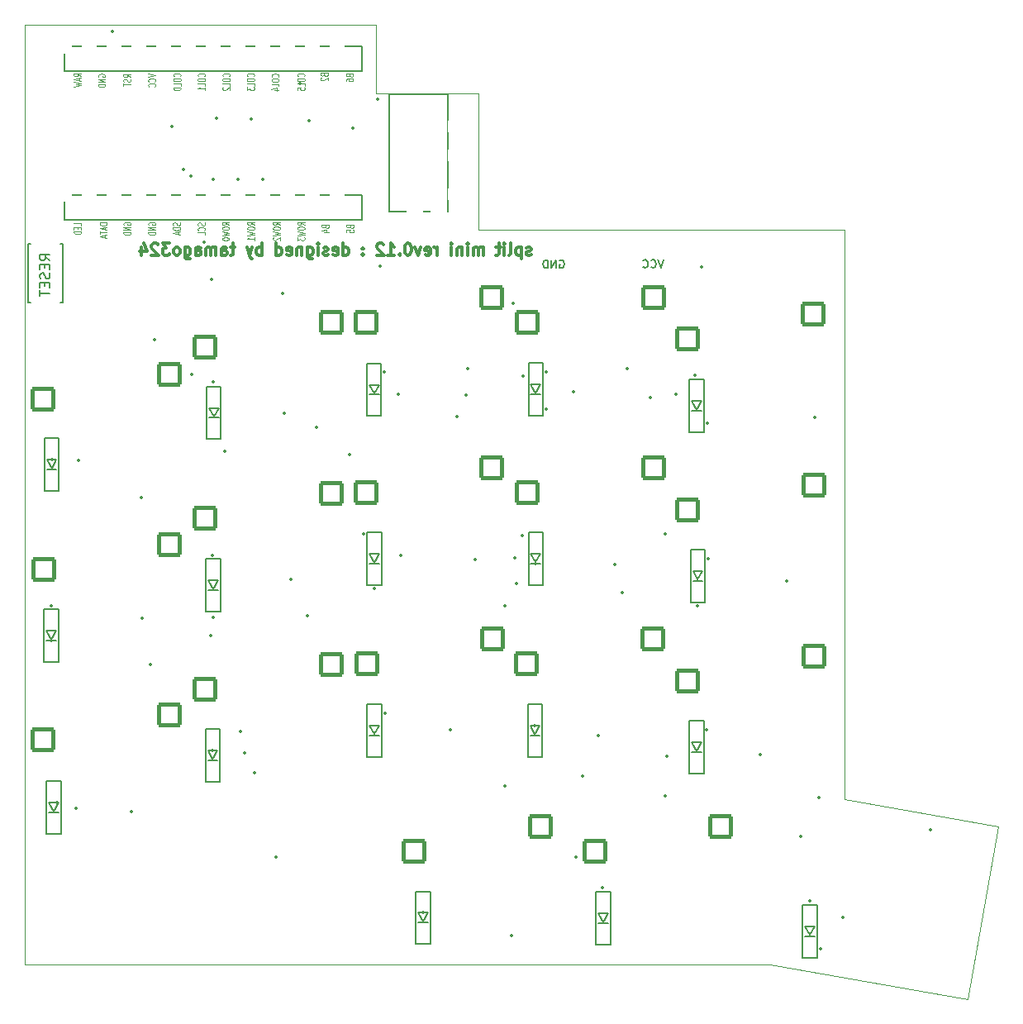
<source format=gbr>
%TF.GenerationSoftware,KiCad,Pcbnew,(6.0.9)*%
%TF.CreationDate,2023-01-03T16:32:55+09:00*%
%TF.ProjectId,split-mini,73706c69-742d-46d6-996e-692e6b696361,rev?*%
%TF.SameCoordinates,Original*%
%TF.FileFunction,Legend,Bot*%
%TF.FilePolarity,Positive*%
%FSLAX46Y46*%
G04 Gerber Fmt 4.6, Leading zero omitted, Abs format (unit mm)*
G04 Created by KiCad (PCBNEW (6.0.9)) date 2023-01-03 16:32:55*
%MOMM*%
%LPD*%
G01*
G04 APERTURE LIST*
G04 Aperture macros list*
%AMRoundRect*
0 Rectangle with rounded corners*
0 $1 Rounding radius*
0 $2 $3 $4 $5 $6 $7 $8 $9 X,Y pos of 4 corners*
0 Add a 4 corners polygon primitive as box body*
4,1,4,$2,$3,$4,$5,$6,$7,$8,$9,$2,$3,0*
0 Add four circle primitives for the rounded corners*
1,1,$1+$1,$2,$3*
1,1,$1+$1,$4,$5*
1,1,$1+$1,$6,$7*
1,1,$1+$1,$8,$9*
0 Add four rect primitives between the rounded corners*
20,1,$1+$1,$2,$3,$4,$5,0*
20,1,$1+$1,$4,$5,$6,$7,0*
20,1,$1+$1,$6,$7,$8,$9,0*
20,1,$1+$1,$8,$9,$2,$3,0*%
G04 Aperture macros list end*
%TA.AperFunction,Profile*%
%ADD10C,0.100000*%
%TD*%
%ADD11C,0.300000*%
%ADD12C,0.150000*%
%ADD13C,0.125000*%
%ADD14C,0.350000*%
%ADD15O,1.000000X1.500000*%
%ADD16C,1.524000*%
%ADD17R,0.950000X1.300000*%
%ADD18C,1.701800*%
%ADD19C,3.987800*%
%ADD20C,3.000000*%
%ADD21RoundRect,0.200000X-1.075000X-1.050000X1.075000X-1.050000X1.075000X1.050000X-1.075000X1.050000X0*%
%ADD22C,5.000000*%
%ADD23C,2.000000*%
%ADD24RoundRect,0.200000X-1.240999X-0.847376X0.876338X-1.220720X1.240999X0.847376X-0.876338X1.220720X0*%
%ADD25C,1.200000*%
%ADD26O,1.700000X2.500000*%
G04 APERTURE END LIST*
D10*
X19950000Y-15475000D02*
X19950000Y-111725000D01*
X119667171Y-97563496D02*
X103950000Y-94792135D01*
X66450000Y-22475000D02*
X55950000Y-22475000D01*
X116541504Y-115290036D02*
X119667171Y-97563496D01*
X55950000Y-15475000D02*
X19950000Y-15475000D01*
X55950000Y-15475000D02*
X55950000Y-22475000D01*
X66450000Y-36475000D02*
X103950000Y-36475000D01*
X96323180Y-111725000D02*
X116541504Y-115290036D01*
X103950000Y-94792135D02*
X103950000Y-36475000D01*
X19950000Y-111725000D02*
X96323180Y-111725000D01*
X66450000Y-22475000D02*
X66450000Y-36475000D01*
D11*
X71828571Y-39010714D02*
X71714285Y-39067857D01*
X71485714Y-39067857D01*
X71371428Y-39010714D01*
X71314285Y-38896428D01*
X71314285Y-38839285D01*
X71371428Y-38725000D01*
X71485714Y-38667857D01*
X71657142Y-38667857D01*
X71771428Y-38610714D01*
X71828571Y-38496428D01*
X71828571Y-38439285D01*
X71771428Y-38325000D01*
X71657142Y-38267857D01*
X71485714Y-38267857D01*
X71371428Y-38325000D01*
X70800000Y-38267857D02*
X70800000Y-39467857D01*
X70800000Y-38325000D02*
X70685714Y-38267857D01*
X70457142Y-38267857D01*
X70342857Y-38325000D01*
X70285714Y-38382142D01*
X70228571Y-38496428D01*
X70228571Y-38839285D01*
X70285714Y-38953571D01*
X70342857Y-39010714D01*
X70457142Y-39067857D01*
X70685714Y-39067857D01*
X70800000Y-39010714D01*
X69542857Y-39067857D02*
X69657142Y-39010714D01*
X69714285Y-38896428D01*
X69714285Y-37867857D01*
X69085714Y-39067857D02*
X69085714Y-38267857D01*
X69085714Y-37867857D02*
X69142857Y-37925000D01*
X69085714Y-37982142D01*
X69028571Y-37925000D01*
X69085714Y-37867857D01*
X69085714Y-37982142D01*
X68685714Y-38267857D02*
X68228571Y-38267857D01*
X68514285Y-37867857D02*
X68514285Y-38896428D01*
X68457142Y-39010714D01*
X68342857Y-39067857D01*
X68228571Y-39067857D01*
X66914285Y-39067857D02*
X66914285Y-38267857D01*
X66914285Y-38382142D02*
X66857142Y-38325000D01*
X66742857Y-38267857D01*
X66571428Y-38267857D01*
X66457142Y-38325000D01*
X66400000Y-38439285D01*
X66400000Y-39067857D01*
X66400000Y-38439285D02*
X66342857Y-38325000D01*
X66228571Y-38267857D01*
X66057142Y-38267857D01*
X65942857Y-38325000D01*
X65885714Y-38439285D01*
X65885714Y-39067857D01*
X65314285Y-39067857D02*
X65314285Y-38267857D01*
X65314285Y-37867857D02*
X65371428Y-37925000D01*
X65314285Y-37982142D01*
X65257142Y-37925000D01*
X65314285Y-37867857D01*
X65314285Y-37982142D01*
X64742857Y-38267857D02*
X64742857Y-39067857D01*
X64742857Y-38382142D02*
X64685714Y-38325000D01*
X64571428Y-38267857D01*
X64400000Y-38267857D01*
X64285714Y-38325000D01*
X64228571Y-38439285D01*
X64228571Y-39067857D01*
X63657142Y-39067857D02*
X63657142Y-38267857D01*
X63657142Y-37867857D02*
X63714285Y-37925000D01*
X63657142Y-37982142D01*
X63600000Y-37925000D01*
X63657142Y-37867857D01*
X63657142Y-37982142D01*
X62171428Y-39067857D02*
X62171428Y-38267857D01*
X62171428Y-38496428D02*
X62114285Y-38382142D01*
X62057142Y-38325000D01*
X61942857Y-38267857D01*
X61828571Y-38267857D01*
X60971428Y-39010714D02*
X61085714Y-39067857D01*
X61314285Y-39067857D01*
X61428571Y-39010714D01*
X61485714Y-38896428D01*
X61485714Y-38439285D01*
X61428571Y-38325000D01*
X61314285Y-38267857D01*
X61085714Y-38267857D01*
X60971428Y-38325000D01*
X60914285Y-38439285D01*
X60914285Y-38553571D01*
X61485714Y-38667857D01*
X60514285Y-38267857D02*
X60228571Y-39067857D01*
X59942857Y-38267857D01*
X59257142Y-37867857D02*
X59142857Y-37867857D01*
X59028571Y-37925000D01*
X58971428Y-37982142D01*
X58914285Y-38096428D01*
X58857142Y-38325000D01*
X58857142Y-38610714D01*
X58914285Y-38839285D01*
X58971428Y-38953571D01*
X59028571Y-39010714D01*
X59142857Y-39067857D01*
X59257142Y-39067857D01*
X59371428Y-39010714D01*
X59428571Y-38953571D01*
X59485714Y-38839285D01*
X59542857Y-38610714D01*
X59542857Y-38325000D01*
X59485714Y-38096428D01*
X59428571Y-37982142D01*
X59371428Y-37925000D01*
X59257142Y-37867857D01*
X58342857Y-38953571D02*
X58285714Y-39010714D01*
X58342857Y-39067857D01*
X58400000Y-39010714D01*
X58342857Y-38953571D01*
X58342857Y-39067857D01*
X57142857Y-39067857D02*
X57828571Y-39067857D01*
X57485714Y-39067857D02*
X57485714Y-37867857D01*
X57600000Y-38039285D01*
X57714285Y-38153571D01*
X57828571Y-38210714D01*
X56685714Y-37982142D02*
X56628571Y-37925000D01*
X56514285Y-37867857D01*
X56228571Y-37867857D01*
X56114285Y-37925000D01*
X56057142Y-37982142D01*
X56000000Y-38096428D01*
X56000000Y-38210714D01*
X56057142Y-38382142D01*
X56742857Y-39067857D01*
X56000000Y-39067857D01*
X54571428Y-38953571D02*
X54514285Y-39010714D01*
X54571428Y-39067857D01*
X54628571Y-39010714D01*
X54571428Y-38953571D01*
X54571428Y-39067857D01*
X54571428Y-38325000D02*
X54514285Y-38382142D01*
X54571428Y-38439285D01*
X54628571Y-38382142D01*
X54571428Y-38325000D01*
X54571428Y-38439285D01*
X52571428Y-39067857D02*
X52571428Y-37867857D01*
X52571428Y-39010714D02*
X52685714Y-39067857D01*
X52914285Y-39067857D01*
X53028571Y-39010714D01*
X53085714Y-38953571D01*
X53142857Y-38839285D01*
X53142857Y-38496428D01*
X53085714Y-38382142D01*
X53028571Y-38325000D01*
X52914285Y-38267857D01*
X52685714Y-38267857D01*
X52571428Y-38325000D01*
X51542857Y-39010714D02*
X51657142Y-39067857D01*
X51885714Y-39067857D01*
X52000000Y-39010714D01*
X52057142Y-38896428D01*
X52057142Y-38439285D01*
X52000000Y-38325000D01*
X51885714Y-38267857D01*
X51657142Y-38267857D01*
X51542857Y-38325000D01*
X51485714Y-38439285D01*
X51485714Y-38553571D01*
X52057142Y-38667857D01*
X51028571Y-39010714D02*
X50914285Y-39067857D01*
X50685714Y-39067857D01*
X50571428Y-39010714D01*
X50514285Y-38896428D01*
X50514285Y-38839285D01*
X50571428Y-38725000D01*
X50685714Y-38667857D01*
X50857142Y-38667857D01*
X50971428Y-38610714D01*
X51028571Y-38496428D01*
X51028571Y-38439285D01*
X50971428Y-38325000D01*
X50857142Y-38267857D01*
X50685714Y-38267857D01*
X50571428Y-38325000D01*
X50000000Y-39067857D02*
X50000000Y-38267857D01*
X50000000Y-37867857D02*
X50057142Y-37925000D01*
X50000000Y-37982142D01*
X49942857Y-37925000D01*
X50000000Y-37867857D01*
X50000000Y-37982142D01*
X48914285Y-38267857D02*
X48914285Y-39239285D01*
X48971428Y-39353571D01*
X49028571Y-39410714D01*
X49142857Y-39467857D01*
X49314285Y-39467857D01*
X49428571Y-39410714D01*
X48914285Y-39010714D02*
X49028571Y-39067857D01*
X49257142Y-39067857D01*
X49371428Y-39010714D01*
X49428571Y-38953571D01*
X49485714Y-38839285D01*
X49485714Y-38496428D01*
X49428571Y-38382142D01*
X49371428Y-38325000D01*
X49257142Y-38267857D01*
X49028571Y-38267857D01*
X48914285Y-38325000D01*
X48342857Y-38267857D02*
X48342857Y-39067857D01*
X48342857Y-38382142D02*
X48285714Y-38325000D01*
X48171428Y-38267857D01*
X48000000Y-38267857D01*
X47885714Y-38325000D01*
X47828571Y-38439285D01*
X47828571Y-39067857D01*
X46800000Y-39010714D02*
X46914285Y-39067857D01*
X47142857Y-39067857D01*
X47257142Y-39010714D01*
X47314285Y-38896428D01*
X47314285Y-38439285D01*
X47257142Y-38325000D01*
X47142857Y-38267857D01*
X46914285Y-38267857D01*
X46800000Y-38325000D01*
X46742857Y-38439285D01*
X46742857Y-38553571D01*
X47314285Y-38667857D01*
X45714285Y-39067857D02*
X45714285Y-37867857D01*
X45714285Y-39010714D02*
X45828571Y-39067857D01*
X46057142Y-39067857D01*
X46171428Y-39010714D01*
X46228571Y-38953571D01*
X46285714Y-38839285D01*
X46285714Y-38496428D01*
X46228571Y-38382142D01*
X46171428Y-38325000D01*
X46057142Y-38267857D01*
X45828571Y-38267857D01*
X45714285Y-38325000D01*
X44228571Y-39067857D02*
X44228571Y-37867857D01*
X44228571Y-38325000D02*
X44114285Y-38267857D01*
X43885714Y-38267857D01*
X43771428Y-38325000D01*
X43714285Y-38382142D01*
X43657142Y-38496428D01*
X43657142Y-38839285D01*
X43714285Y-38953571D01*
X43771428Y-39010714D01*
X43885714Y-39067857D01*
X44114285Y-39067857D01*
X44228571Y-39010714D01*
X43257142Y-38267857D02*
X42971428Y-39067857D01*
X42685714Y-38267857D02*
X42971428Y-39067857D01*
X43085714Y-39353571D01*
X43142857Y-39410714D01*
X43257142Y-39467857D01*
X41485714Y-38267857D02*
X41028571Y-38267857D01*
X41314285Y-37867857D02*
X41314285Y-38896428D01*
X41257142Y-39010714D01*
X41142857Y-39067857D01*
X41028571Y-39067857D01*
X40114285Y-39067857D02*
X40114285Y-38439285D01*
X40171428Y-38325000D01*
X40285714Y-38267857D01*
X40514285Y-38267857D01*
X40628571Y-38325000D01*
X40114285Y-39010714D02*
X40228571Y-39067857D01*
X40514285Y-39067857D01*
X40628571Y-39010714D01*
X40685714Y-38896428D01*
X40685714Y-38782142D01*
X40628571Y-38667857D01*
X40514285Y-38610714D01*
X40228571Y-38610714D01*
X40114285Y-38553571D01*
X39542857Y-39067857D02*
X39542857Y-38267857D01*
X39542857Y-38382142D02*
X39485714Y-38325000D01*
X39371428Y-38267857D01*
X39200000Y-38267857D01*
X39085714Y-38325000D01*
X39028571Y-38439285D01*
X39028571Y-39067857D01*
X39028571Y-38439285D02*
X38971428Y-38325000D01*
X38857142Y-38267857D01*
X38685714Y-38267857D01*
X38571428Y-38325000D01*
X38514285Y-38439285D01*
X38514285Y-39067857D01*
X37428571Y-39067857D02*
X37428571Y-38439285D01*
X37485714Y-38325000D01*
X37600000Y-38267857D01*
X37828571Y-38267857D01*
X37942857Y-38325000D01*
X37428571Y-39010714D02*
X37542857Y-39067857D01*
X37828571Y-39067857D01*
X37942857Y-39010714D01*
X38000000Y-38896428D01*
X38000000Y-38782142D01*
X37942857Y-38667857D01*
X37828571Y-38610714D01*
X37542857Y-38610714D01*
X37428571Y-38553571D01*
X36342857Y-38267857D02*
X36342857Y-39239285D01*
X36400000Y-39353571D01*
X36457142Y-39410714D01*
X36571428Y-39467857D01*
X36742857Y-39467857D01*
X36857142Y-39410714D01*
X36342857Y-39010714D02*
X36457142Y-39067857D01*
X36685714Y-39067857D01*
X36800000Y-39010714D01*
X36857142Y-38953571D01*
X36914285Y-38839285D01*
X36914285Y-38496428D01*
X36857142Y-38382142D01*
X36800000Y-38325000D01*
X36685714Y-38267857D01*
X36457142Y-38267857D01*
X36342857Y-38325000D01*
X35600000Y-39067857D02*
X35714285Y-39010714D01*
X35771428Y-38953571D01*
X35828571Y-38839285D01*
X35828571Y-38496428D01*
X35771428Y-38382142D01*
X35714285Y-38325000D01*
X35600000Y-38267857D01*
X35428571Y-38267857D01*
X35314285Y-38325000D01*
X35257142Y-38382142D01*
X35200000Y-38496428D01*
X35200000Y-38839285D01*
X35257142Y-38953571D01*
X35314285Y-39010714D01*
X35428571Y-39067857D01*
X35600000Y-39067857D01*
X34800000Y-37867857D02*
X34057142Y-37867857D01*
X34457142Y-38325000D01*
X34285714Y-38325000D01*
X34171428Y-38382142D01*
X34114285Y-38439285D01*
X34057142Y-38553571D01*
X34057142Y-38839285D01*
X34114285Y-38953571D01*
X34171428Y-39010714D01*
X34285714Y-39067857D01*
X34628571Y-39067857D01*
X34742857Y-39010714D01*
X34800000Y-38953571D01*
X33600000Y-37982142D02*
X33542857Y-37925000D01*
X33428571Y-37867857D01*
X33142857Y-37867857D01*
X33028571Y-37925000D01*
X32971428Y-37982142D01*
X32914285Y-38096428D01*
X32914285Y-38210714D01*
X32971428Y-38382142D01*
X33657142Y-39067857D01*
X32914285Y-39067857D01*
X31885714Y-38267857D02*
X31885714Y-39067857D01*
X32171428Y-37810714D02*
X32457142Y-38667857D01*
X31714285Y-38667857D01*
D12*
%TO.C,H1*%
X85366666Y-39561904D02*
X85100000Y-40361904D01*
X84833333Y-39561904D01*
X84109523Y-40285714D02*
X84147619Y-40323809D01*
X84261904Y-40361904D01*
X84338095Y-40361904D01*
X84452380Y-40323809D01*
X84528571Y-40247619D01*
X84566666Y-40171428D01*
X84604761Y-40019047D01*
X84604761Y-39904761D01*
X84566666Y-39752380D01*
X84528571Y-39676190D01*
X84452380Y-39600000D01*
X84338095Y-39561904D01*
X84261904Y-39561904D01*
X84147619Y-39600000D01*
X84109523Y-39638095D01*
X83309523Y-40285714D02*
X83347619Y-40323809D01*
X83461904Y-40361904D01*
X83538095Y-40361904D01*
X83652380Y-40323809D01*
X83728571Y-40247619D01*
X83766666Y-40171428D01*
X83804761Y-40019047D01*
X83804761Y-39904761D01*
X83766666Y-39752380D01*
X83728571Y-39676190D01*
X83652380Y-39600000D01*
X83538095Y-39561904D01*
X83461904Y-39561904D01*
X83347619Y-39600000D01*
X83309523Y-39638095D01*
X74734523Y-39625000D02*
X74810714Y-39586904D01*
X74925000Y-39586904D01*
X75039285Y-39625000D01*
X75115476Y-39701190D01*
X75153571Y-39777380D01*
X75191666Y-39929761D01*
X75191666Y-40044047D01*
X75153571Y-40196428D01*
X75115476Y-40272619D01*
X75039285Y-40348809D01*
X74925000Y-40386904D01*
X74848809Y-40386904D01*
X74734523Y-40348809D01*
X74696428Y-40310714D01*
X74696428Y-40044047D01*
X74848809Y-40044047D01*
X74353571Y-40386904D02*
X74353571Y-39586904D01*
X73896428Y-40386904D01*
X73896428Y-39586904D01*
X73515476Y-40386904D02*
X73515476Y-39586904D01*
X73325000Y-39586904D01*
X73210714Y-39625000D01*
X73134523Y-39701190D01*
X73096428Y-39777380D01*
X73058333Y-39929761D01*
X73058333Y-40044047D01*
X73096428Y-40196428D01*
X73134523Y-40272619D01*
X73210714Y-40348809D01*
X73325000Y-40386904D01*
X73515476Y-40386904D01*
%TO.C,SW19*%
X22502380Y-39624619D02*
X22026190Y-39291285D01*
X22502380Y-39053190D02*
X21502380Y-39053190D01*
X21502380Y-39434142D01*
X21550000Y-39529380D01*
X21597619Y-39577000D01*
X21692857Y-39624619D01*
X21835714Y-39624619D01*
X21930952Y-39577000D01*
X21978571Y-39529380D01*
X22026190Y-39434142D01*
X22026190Y-39053190D01*
X21978571Y-40053190D02*
X21978571Y-40386523D01*
X22502380Y-40529380D02*
X22502380Y-40053190D01*
X21502380Y-40053190D01*
X21502380Y-40529380D01*
X22454761Y-40910333D02*
X22502380Y-41053190D01*
X22502380Y-41291285D01*
X22454761Y-41386523D01*
X22407142Y-41434142D01*
X22311904Y-41481761D01*
X22216666Y-41481761D01*
X22121428Y-41434142D01*
X22073809Y-41386523D01*
X22026190Y-41291285D01*
X21978571Y-41100809D01*
X21930952Y-41005571D01*
X21883333Y-40957952D01*
X21788095Y-40910333D01*
X21692857Y-40910333D01*
X21597619Y-40957952D01*
X21550000Y-41005571D01*
X21502380Y-41100809D01*
X21502380Y-41338904D01*
X21550000Y-41481761D01*
X21978571Y-41910333D02*
X21978571Y-42243666D01*
X22502380Y-42386523D02*
X22502380Y-41910333D01*
X21502380Y-41910333D01*
X21502380Y-42386523D01*
X21502380Y-42672238D02*
X21502380Y-43243666D01*
X22502380Y-42957952D02*
X21502380Y-42957952D01*
D13*
%TO.C,U1*%
X25719785Y-36027571D02*
X25719785Y-35789476D01*
X24969785Y-35789476D01*
X25326928Y-36194238D02*
X25326928Y-36360904D01*
X25719785Y-36432333D02*
X25719785Y-36194238D01*
X24969785Y-36194238D01*
X24969785Y-36432333D01*
X25719785Y-36646619D02*
X24969785Y-36646619D01*
X24969785Y-36765666D01*
X25005500Y-36837095D01*
X25076928Y-36884714D01*
X25148357Y-36908523D01*
X25291214Y-36932333D01*
X25398357Y-36932333D01*
X25541214Y-36908523D01*
X25612642Y-36884714D01*
X25684071Y-36837095D01*
X25719785Y-36765666D01*
X25719785Y-36646619D01*
X28364285Y-35750000D02*
X27614285Y-35750000D01*
X27614285Y-35869047D01*
X27650000Y-35940476D01*
X27721428Y-35988095D01*
X27792857Y-36011904D01*
X27935714Y-36035714D01*
X28042857Y-36035714D01*
X28185714Y-36011904D01*
X28257142Y-35988095D01*
X28328571Y-35940476D01*
X28364285Y-35869047D01*
X28364285Y-35750000D01*
X28150000Y-36226190D02*
X28150000Y-36464285D01*
X28364285Y-36178571D02*
X27614285Y-36345238D01*
X28364285Y-36511904D01*
X27614285Y-36607142D02*
X27614285Y-36892857D01*
X28364285Y-36750000D02*
X27614285Y-36750000D01*
X28150000Y-37035714D02*
X28150000Y-37273809D01*
X28364285Y-36988095D02*
X27614285Y-37154761D01*
X28364285Y-37321428D01*
X53203428Y-20652619D02*
X53239142Y-20724047D01*
X53274857Y-20747857D01*
X53346285Y-20771666D01*
X53453428Y-20771666D01*
X53524857Y-20747857D01*
X53560571Y-20724047D01*
X53596285Y-20676428D01*
X53596285Y-20485952D01*
X52846285Y-20485952D01*
X52846285Y-20652619D01*
X52882000Y-20700238D01*
X52917714Y-20724047D01*
X52989142Y-20747857D01*
X53060571Y-20747857D01*
X53132000Y-20724047D01*
X53167714Y-20700238D01*
X53203428Y-20652619D01*
X53203428Y-20485952D01*
X52846285Y-21200238D02*
X52846285Y-21105000D01*
X52882000Y-21057380D01*
X52917714Y-21033571D01*
X53024857Y-20985952D01*
X53167714Y-20962142D01*
X53453428Y-20962142D01*
X53524857Y-20985952D01*
X53560571Y-21009761D01*
X53596285Y-21057380D01*
X53596285Y-21152619D01*
X53560571Y-21200238D01*
X53524857Y-21224047D01*
X53453428Y-21247857D01*
X53274857Y-21247857D01*
X53203428Y-21224047D01*
X53167714Y-21200238D01*
X53132000Y-21152619D01*
X53132000Y-21057380D01*
X53167714Y-21009761D01*
X53203428Y-20985952D01*
X53274857Y-20962142D01*
X40896285Y-35969047D02*
X40539142Y-35802380D01*
X40896285Y-35683333D02*
X40146285Y-35683333D01*
X40146285Y-35873809D01*
X40182000Y-35921428D01*
X40217714Y-35945238D01*
X40289142Y-35969047D01*
X40396285Y-35969047D01*
X40467714Y-35945238D01*
X40503428Y-35921428D01*
X40539142Y-35873809D01*
X40539142Y-35683333D01*
X40146285Y-36278571D02*
X40146285Y-36373809D01*
X40182000Y-36421428D01*
X40253428Y-36469047D01*
X40396285Y-36492857D01*
X40646285Y-36492857D01*
X40789142Y-36469047D01*
X40860571Y-36421428D01*
X40896285Y-36373809D01*
X40896285Y-36278571D01*
X40860571Y-36230952D01*
X40789142Y-36183333D01*
X40646285Y-36159523D01*
X40396285Y-36159523D01*
X40253428Y-36183333D01*
X40182000Y-36230952D01*
X40146285Y-36278571D01*
X40146285Y-36659523D02*
X40896285Y-36778571D01*
X40360571Y-36873809D01*
X40896285Y-36969047D01*
X40146285Y-37088095D01*
X40146285Y-37373809D02*
X40146285Y-37421428D01*
X40182000Y-37469047D01*
X40217714Y-37492857D01*
X40289142Y-37516666D01*
X40432000Y-37540476D01*
X40610571Y-37540476D01*
X40753428Y-37516666D01*
X40824857Y-37492857D01*
X40860571Y-37469047D01*
X40896285Y-37421428D01*
X40896285Y-37373809D01*
X40860571Y-37326190D01*
X40824857Y-37302380D01*
X40753428Y-37278571D01*
X40610571Y-37254761D01*
X40432000Y-37254761D01*
X40289142Y-37278571D01*
X40217714Y-37302380D01*
X40182000Y-37326190D01*
X40146285Y-37373809D01*
X30799785Y-20835190D02*
X30442642Y-20668523D01*
X30799785Y-20549476D02*
X30049785Y-20549476D01*
X30049785Y-20739952D01*
X30085500Y-20787571D01*
X30121214Y-20811380D01*
X30192642Y-20835190D01*
X30299785Y-20835190D01*
X30371214Y-20811380D01*
X30406928Y-20787571D01*
X30442642Y-20739952D01*
X30442642Y-20549476D01*
X30764071Y-21025666D02*
X30799785Y-21097095D01*
X30799785Y-21216142D01*
X30764071Y-21263761D01*
X30728357Y-21287571D01*
X30656928Y-21311380D01*
X30585500Y-21311380D01*
X30514071Y-21287571D01*
X30478357Y-21263761D01*
X30442642Y-21216142D01*
X30406928Y-21120904D01*
X30371214Y-21073285D01*
X30335500Y-21049476D01*
X30264071Y-21025666D01*
X30192642Y-21025666D01*
X30121214Y-21049476D01*
X30085500Y-21073285D01*
X30049785Y-21120904D01*
X30049785Y-21239952D01*
X30085500Y-21311380D01*
X30049785Y-21454238D02*
X30049785Y-21739952D01*
X30799785Y-21597095D02*
X30049785Y-21597095D01*
D12*
D13*
X25719785Y-20763761D02*
X25362642Y-20597095D01*
X25719785Y-20478047D02*
X24969785Y-20478047D01*
X24969785Y-20668523D01*
X25005500Y-20716142D01*
X25041214Y-20739952D01*
X25112642Y-20763761D01*
X25219785Y-20763761D01*
X25291214Y-20739952D01*
X25326928Y-20716142D01*
X25362642Y-20668523D01*
X25362642Y-20478047D01*
X25505500Y-20954238D02*
X25505500Y-21192333D01*
X25719785Y-20906619D02*
X24969785Y-21073285D01*
X25719785Y-21239952D01*
X24969785Y-21359000D02*
X25719785Y-21478047D01*
X25184071Y-21573285D01*
X25719785Y-21668523D01*
X24969785Y-21787571D01*
X53266928Y-36146619D02*
X53302642Y-36218047D01*
X53338357Y-36241857D01*
X53409785Y-36265666D01*
X53516928Y-36265666D01*
X53588357Y-36241857D01*
X53624071Y-36218047D01*
X53659785Y-36170428D01*
X53659785Y-35979952D01*
X52909785Y-35979952D01*
X52909785Y-36146619D01*
X52945500Y-36194238D01*
X52981214Y-36218047D01*
X53052642Y-36241857D01*
X53124071Y-36241857D01*
X53195500Y-36218047D01*
X53231214Y-36194238D01*
X53266928Y-36146619D01*
X53266928Y-35979952D01*
X52909785Y-36718047D02*
X52909785Y-36479952D01*
X53266928Y-36456142D01*
X53231214Y-36479952D01*
X53195500Y-36527571D01*
X53195500Y-36646619D01*
X53231214Y-36694238D01*
X53266928Y-36718047D01*
X53338357Y-36741857D01*
X53516928Y-36741857D01*
X53588357Y-36718047D01*
X53624071Y-36694238D01*
X53659785Y-36646619D01*
X53659785Y-36527571D01*
X53624071Y-36479952D01*
X53588357Y-36456142D01*
X32625500Y-35968047D02*
X32589785Y-35920428D01*
X32589785Y-35849000D01*
X32625500Y-35777571D01*
X32696928Y-35729952D01*
X32768357Y-35706142D01*
X32911214Y-35682333D01*
X33018357Y-35682333D01*
X33161214Y-35706142D01*
X33232642Y-35729952D01*
X33304071Y-35777571D01*
X33339785Y-35849000D01*
X33339785Y-35896619D01*
X33304071Y-35968047D01*
X33268357Y-35991857D01*
X33018357Y-35991857D01*
X33018357Y-35896619D01*
X33339785Y-36206142D02*
X32589785Y-36206142D01*
X33339785Y-36491857D01*
X32589785Y-36491857D01*
X33339785Y-36729952D02*
X32589785Y-36729952D01*
X32589785Y-36849000D01*
X32625500Y-36920428D01*
X32696928Y-36968047D01*
X32768357Y-36991857D01*
X32911214Y-37015666D01*
X33018357Y-37015666D01*
X33161214Y-36991857D01*
X33232642Y-36968047D01*
X33304071Y-36920428D01*
X33339785Y-36849000D01*
X33339785Y-36729952D01*
X35842857Y-20752380D02*
X35878571Y-20728571D01*
X35914285Y-20657142D01*
X35914285Y-20609523D01*
X35878571Y-20538095D01*
X35807142Y-20490476D01*
X35735714Y-20466666D01*
X35592857Y-20442857D01*
X35485714Y-20442857D01*
X35342857Y-20466666D01*
X35271428Y-20490476D01*
X35200000Y-20538095D01*
X35164285Y-20609523D01*
X35164285Y-20657142D01*
X35200000Y-20728571D01*
X35235714Y-20752380D01*
X35164285Y-21061904D02*
X35164285Y-21157142D01*
X35200000Y-21204761D01*
X35271428Y-21252380D01*
X35414285Y-21276190D01*
X35664285Y-21276190D01*
X35807142Y-21252380D01*
X35878571Y-21204761D01*
X35914285Y-21157142D01*
X35914285Y-21061904D01*
X35878571Y-21014285D01*
X35807142Y-20966666D01*
X35664285Y-20942857D01*
X35414285Y-20942857D01*
X35271428Y-20966666D01*
X35200000Y-21014285D01*
X35164285Y-21061904D01*
X35914285Y-21728571D02*
X35914285Y-21490476D01*
X35164285Y-21490476D01*
X35164285Y-21990476D02*
X35164285Y-22038095D01*
X35200000Y-22085714D01*
X35235714Y-22109523D01*
X35307142Y-22133333D01*
X35450000Y-22157142D01*
X35628571Y-22157142D01*
X35771428Y-22133333D01*
X35842857Y-22109523D01*
X35878571Y-22085714D01*
X35914285Y-22038095D01*
X35914285Y-21990476D01*
X35878571Y-21942857D01*
X35842857Y-21919047D01*
X35771428Y-21895238D01*
X35628571Y-21871428D01*
X35450000Y-21871428D01*
X35307142Y-21895238D01*
X35235714Y-21919047D01*
X35200000Y-21942857D01*
X35164285Y-21990476D01*
X48542857Y-20752380D02*
X48578571Y-20728571D01*
X48614285Y-20657142D01*
X48614285Y-20609523D01*
X48578571Y-20538095D01*
X48507142Y-20490476D01*
X48435714Y-20466666D01*
X48292857Y-20442857D01*
X48185714Y-20442857D01*
X48042857Y-20466666D01*
X47971428Y-20490476D01*
X47900000Y-20538095D01*
X47864285Y-20609523D01*
X47864285Y-20657142D01*
X47900000Y-20728571D01*
X47935714Y-20752380D01*
X47864285Y-21061904D02*
X47864285Y-21157142D01*
X47900000Y-21204761D01*
X47971428Y-21252380D01*
X48114285Y-21276190D01*
X48364285Y-21276190D01*
X48507142Y-21252380D01*
X48578571Y-21204761D01*
X48614285Y-21157142D01*
X48614285Y-21061904D01*
X48578571Y-21014285D01*
X48507142Y-20966666D01*
X48364285Y-20942857D01*
X48114285Y-20942857D01*
X47971428Y-20966666D01*
X47900000Y-21014285D01*
X47864285Y-21061904D01*
X48614285Y-21728571D02*
X48614285Y-21490476D01*
X47864285Y-21490476D01*
X47864285Y-22133333D02*
X47864285Y-21895238D01*
X48221428Y-21871428D01*
X48185714Y-21895238D01*
X48150000Y-21942857D01*
X48150000Y-22061904D01*
X48185714Y-22109523D01*
X48221428Y-22133333D01*
X48292857Y-22157142D01*
X48471428Y-22157142D01*
X48542857Y-22133333D01*
X48578571Y-22109523D01*
X48614285Y-22061904D01*
X48614285Y-21942857D01*
X48578571Y-21895238D01*
X48542857Y-21871428D01*
X32589785Y-20505833D02*
X33339785Y-20672500D01*
X32589785Y-20839166D01*
X33268357Y-21291547D02*
X33304071Y-21267738D01*
X33339785Y-21196309D01*
X33339785Y-21148690D01*
X33304071Y-21077261D01*
X33232642Y-21029642D01*
X33161214Y-21005833D01*
X33018357Y-20982023D01*
X32911214Y-20982023D01*
X32768357Y-21005833D01*
X32696928Y-21029642D01*
X32625500Y-21077261D01*
X32589785Y-21148690D01*
X32589785Y-21196309D01*
X32625500Y-21267738D01*
X32661214Y-21291547D01*
X33268357Y-21791547D02*
X33304071Y-21767738D01*
X33339785Y-21696309D01*
X33339785Y-21648690D01*
X33304071Y-21577261D01*
X33232642Y-21529642D01*
X33161214Y-21505833D01*
X33018357Y-21482023D01*
X32911214Y-21482023D01*
X32768357Y-21505833D01*
X32696928Y-21529642D01*
X32625500Y-21577261D01*
X32589785Y-21648690D01*
X32589785Y-21696309D01*
X32625500Y-21767738D01*
X32661214Y-21791547D01*
X45904857Y-20802380D02*
X45940571Y-20778571D01*
X45976285Y-20707142D01*
X45976285Y-20659523D01*
X45940571Y-20588095D01*
X45869142Y-20540476D01*
X45797714Y-20516666D01*
X45654857Y-20492857D01*
X45547714Y-20492857D01*
X45404857Y-20516666D01*
X45333428Y-20540476D01*
X45262000Y-20588095D01*
X45226285Y-20659523D01*
X45226285Y-20707142D01*
X45262000Y-20778571D01*
X45297714Y-20802380D01*
X45226285Y-21111904D02*
X45226285Y-21207142D01*
X45262000Y-21254761D01*
X45333428Y-21302380D01*
X45476285Y-21326190D01*
X45726285Y-21326190D01*
X45869142Y-21302380D01*
X45940571Y-21254761D01*
X45976285Y-21207142D01*
X45976285Y-21111904D01*
X45940571Y-21064285D01*
X45869142Y-21016666D01*
X45726285Y-20992857D01*
X45476285Y-20992857D01*
X45333428Y-21016666D01*
X45262000Y-21064285D01*
X45226285Y-21111904D01*
X45976285Y-21778571D02*
X45976285Y-21540476D01*
X45226285Y-21540476D01*
X45476285Y-22159523D02*
X45976285Y-22159523D01*
X45190571Y-22040476D02*
X45726285Y-21921428D01*
X45726285Y-22230952D01*
X43392857Y-20752380D02*
X43428571Y-20728571D01*
X43464285Y-20657142D01*
X43464285Y-20609523D01*
X43428571Y-20538095D01*
X43357142Y-20490476D01*
X43285714Y-20466666D01*
X43142857Y-20442857D01*
X43035714Y-20442857D01*
X42892857Y-20466666D01*
X42821428Y-20490476D01*
X42750000Y-20538095D01*
X42714285Y-20609523D01*
X42714285Y-20657142D01*
X42750000Y-20728571D01*
X42785714Y-20752380D01*
X42714285Y-21061904D02*
X42714285Y-21157142D01*
X42750000Y-21204761D01*
X42821428Y-21252380D01*
X42964285Y-21276190D01*
X43214285Y-21276190D01*
X43357142Y-21252380D01*
X43428571Y-21204761D01*
X43464285Y-21157142D01*
X43464285Y-21061904D01*
X43428571Y-21014285D01*
X43357142Y-20966666D01*
X43214285Y-20942857D01*
X42964285Y-20942857D01*
X42821428Y-20966666D01*
X42750000Y-21014285D01*
X42714285Y-21061904D01*
X43464285Y-21728571D02*
X43464285Y-21490476D01*
X42714285Y-21490476D01*
X42714285Y-21847619D02*
X42714285Y-22157142D01*
X43000000Y-21990476D01*
X43000000Y-22061904D01*
X43035714Y-22109523D01*
X43071428Y-22133333D01*
X43142857Y-22157142D01*
X43321428Y-22157142D01*
X43392857Y-22133333D01*
X43428571Y-22109523D01*
X43464285Y-22061904D01*
X43464285Y-21919047D01*
X43428571Y-21871428D01*
X43392857Y-21847619D01*
X27482000Y-20791547D02*
X27446285Y-20743928D01*
X27446285Y-20672500D01*
X27482000Y-20601071D01*
X27553428Y-20553452D01*
X27624857Y-20529642D01*
X27767714Y-20505833D01*
X27874857Y-20505833D01*
X28017714Y-20529642D01*
X28089142Y-20553452D01*
X28160571Y-20601071D01*
X28196285Y-20672500D01*
X28196285Y-20720119D01*
X28160571Y-20791547D01*
X28124857Y-20815357D01*
X27874857Y-20815357D01*
X27874857Y-20720119D01*
X28196285Y-21029642D02*
X27446285Y-21029642D01*
X28196285Y-21315357D01*
X27446285Y-21315357D01*
X28196285Y-21553452D02*
X27446285Y-21553452D01*
X27446285Y-21672500D01*
X27482000Y-21743928D01*
X27553428Y-21791547D01*
X27624857Y-21815357D01*
X27767714Y-21839166D01*
X27874857Y-21839166D01*
X28017714Y-21815357D01*
X28089142Y-21791547D01*
X28160571Y-21743928D01*
X28196285Y-21672500D01*
X28196285Y-21553452D01*
X38384071Y-35753761D02*
X38419785Y-35825190D01*
X38419785Y-35944238D01*
X38384071Y-35991857D01*
X38348357Y-36015666D01*
X38276928Y-36039476D01*
X38205500Y-36039476D01*
X38134071Y-36015666D01*
X38098357Y-35991857D01*
X38062642Y-35944238D01*
X38026928Y-35849000D01*
X37991214Y-35801380D01*
X37955500Y-35777571D01*
X37884071Y-35753761D01*
X37812642Y-35753761D01*
X37741214Y-35777571D01*
X37705500Y-35801380D01*
X37669785Y-35849000D01*
X37669785Y-35968047D01*
X37705500Y-36039476D01*
X38348357Y-36539476D02*
X38384071Y-36515666D01*
X38419785Y-36444238D01*
X38419785Y-36396619D01*
X38384071Y-36325190D01*
X38312642Y-36277571D01*
X38241214Y-36253761D01*
X38098357Y-36229952D01*
X37991214Y-36229952D01*
X37848357Y-36253761D01*
X37776928Y-36277571D01*
X37705500Y-36325190D01*
X37669785Y-36396619D01*
X37669785Y-36444238D01*
X37705500Y-36515666D01*
X37741214Y-36539476D01*
X38419785Y-36991857D02*
X38419785Y-36753761D01*
X37669785Y-36753761D01*
X50599928Y-20589119D02*
X50635642Y-20660547D01*
X50671357Y-20684357D01*
X50742785Y-20708166D01*
X50849928Y-20708166D01*
X50921357Y-20684357D01*
X50957071Y-20660547D01*
X50992785Y-20612928D01*
X50992785Y-20422452D01*
X50242785Y-20422452D01*
X50242785Y-20589119D01*
X50278500Y-20636738D01*
X50314214Y-20660547D01*
X50385642Y-20684357D01*
X50457071Y-20684357D01*
X50528500Y-20660547D01*
X50564214Y-20636738D01*
X50599928Y-20589119D01*
X50599928Y-20422452D01*
X50314214Y-20898642D02*
X50278500Y-20922452D01*
X50242785Y-20970071D01*
X50242785Y-21089119D01*
X50278500Y-21136738D01*
X50314214Y-21160547D01*
X50385642Y-21184357D01*
X50457071Y-21184357D01*
X50564214Y-21160547D01*
X50992785Y-20874833D01*
X50992785Y-21184357D01*
X48614285Y-35969047D02*
X48257142Y-35802380D01*
X48614285Y-35683333D02*
X47864285Y-35683333D01*
X47864285Y-35873809D01*
X47900000Y-35921428D01*
X47935714Y-35945238D01*
X48007142Y-35969047D01*
X48114285Y-35969047D01*
X48185714Y-35945238D01*
X48221428Y-35921428D01*
X48257142Y-35873809D01*
X48257142Y-35683333D01*
X47864285Y-36278571D02*
X47864285Y-36373809D01*
X47900000Y-36421428D01*
X47971428Y-36469047D01*
X48114285Y-36492857D01*
X48364285Y-36492857D01*
X48507142Y-36469047D01*
X48578571Y-36421428D01*
X48614285Y-36373809D01*
X48614285Y-36278571D01*
X48578571Y-36230952D01*
X48507142Y-36183333D01*
X48364285Y-36159523D01*
X48114285Y-36159523D01*
X47971428Y-36183333D01*
X47900000Y-36230952D01*
X47864285Y-36278571D01*
X47864285Y-36659523D02*
X48614285Y-36778571D01*
X48078571Y-36873809D01*
X48614285Y-36969047D01*
X47864285Y-37088095D01*
X47864285Y-37230952D02*
X47864285Y-37540476D01*
X48150000Y-37373809D01*
X48150000Y-37445238D01*
X48185714Y-37492857D01*
X48221428Y-37516666D01*
X48292857Y-37540476D01*
X48471428Y-37540476D01*
X48542857Y-37516666D01*
X48578571Y-37492857D01*
X48614285Y-37445238D01*
X48614285Y-37302380D01*
X48578571Y-37254761D01*
X48542857Y-37230952D01*
X30085500Y-35968047D02*
X30049785Y-35920428D01*
X30049785Y-35849000D01*
X30085500Y-35777571D01*
X30156928Y-35729952D01*
X30228357Y-35706142D01*
X30371214Y-35682333D01*
X30478357Y-35682333D01*
X30621214Y-35706142D01*
X30692642Y-35729952D01*
X30764071Y-35777571D01*
X30799785Y-35849000D01*
X30799785Y-35896619D01*
X30764071Y-35968047D01*
X30728357Y-35991857D01*
X30478357Y-35991857D01*
X30478357Y-35896619D01*
X30799785Y-36206142D02*
X30049785Y-36206142D01*
X30799785Y-36491857D01*
X30049785Y-36491857D01*
X30799785Y-36729952D02*
X30049785Y-36729952D01*
X30049785Y-36849000D01*
X30085500Y-36920428D01*
X30156928Y-36968047D01*
X30228357Y-36991857D01*
X30371214Y-37015666D01*
X30478357Y-37015666D01*
X30621214Y-36991857D01*
X30692642Y-36968047D01*
X30764071Y-36920428D01*
X30799785Y-36849000D01*
X30799785Y-36729952D01*
X35844071Y-35741857D02*
X35879785Y-35813285D01*
X35879785Y-35932333D01*
X35844071Y-35979952D01*
X35808357Y-36003761D01*
X35736928Y-36027571D01*
X35665500Y-36027571D01*
X35594071Y-36003761D01*
X35558357Y-35979952D01*
X35522642Y-35932333D01*
X35486928Y-35837095D01*
X35451214Y-35789476D01*
X35415500Y-35765666D01*
X35344071Y-35741857D01*
X35272642Y-35741857D01*
X35201214Y-35765666D01*
X35165500Y-35789476D01*
X35129785Y-35837095D01*
X35129785Y-35956142D01*
X35165500Y-36027571D01*
X35879785Y-36241857D02*
X35129785Y-36241857D01*
X35129785Y-36360904D01*
X35165500Y-36432333D01*
X35236928Y-36479952D01*
X35308357Y-36503761D01*
X35451214Y-36527571D01*
X35558357Y-36527571D01*
X35701214Y-36503761D01*
X35772642Y-36479952D01*
X35844071Y-36432333D01*
X35879785Y-36360904D01*
X35879785Y-36241857D01*
X35665500Y-36718047D02*
X35665500Y-36956142D01*
X35879785Y-36670428D02*
X35129785Y-36837095D01*
X35879785Y-37003761D01*
X50726928Y-36146619D02*
X50762642Y-36218047D01*
X50798357Y-36241857D01*
X50869785Y-36265666D01*
X50976928Y-36265666D01*
X51048357Y-36241857D01*
X51084071Y-36218047D01*
X51119785Y-36170428D01*
X51119785Y-35979952D01*
X50369785Y-35979952D01*
X50369785Y-36146619D01*
X50405500Y-36194238D01*
X50441214Y-36218047D01*
X50512642Y-36241857D01*
X50584071Y-36241857D01*
X50655500Y-36218047D01*
X50691214Y-36194238D01*
X50726928Y-36146619D01*
X50726928Y-35979952D01*
X50619785Y-36694238D02*
X51119785Y-36694238D01*
X50334071Y-36575190D02*
X50869785Y-36456142D01*
X50869785Y-36765666D01*
X43499785Y-35969047D02*
X43142642Y-35802380D01*
X43499785Y-35683333D02*
X42749785Y-35683333D01*
X42749785Y-35873809D01*
X42785500Y-35921428D01*
X42821214Y-35945238D01*
X42892642Y-35969047D01*
X42999785Y-35969047D01*
X43071214Y-35945238D01*
X43106928Y-35921428D01*
X43142642Y-35873809D01*
X43142642Y-35683333D01*
X42749785Y-36278571D02*
X42749785Y-36373809D01*
X42785500Y-36421428D01*
X42856928Y-36469047D01*
X42999785Y-36492857D01*
X43249785Y-36492857D01*
X43392642Y-36469047D01*
X43464071Y-36421428D01*
X43499785Y-36373809D01*
X43499785Y-36278571D01*
X43464071Y-36230952D01*
X43392642Y-36183333D01*
X43249785Y-36159523D01*
X42999785Y-36159523D01*
X42856928Y-36183333D01*
X42785500Y-36230952D01*
X42749785Y-36278571D01*
X42749785Y-36659523D02*
X43499785Y-36778571D01*
X42964071Y-36873809D01*
X43499785Y-36969047D01*
X42749785Y-37088095D01*
X43499785Y-37540476D02*
X43499785Y-37254761D01*
X43499785Y-37397619D02*
X42749785Y-37397619D01*
X42856928Y-37350000D01*
X42928357Y-37302380D01*
X42964071Y-37254761D01*
X40892857Y-20752380D02*
X40928571Y-20728571D01*
X40964285Y-20657142D01*
X40964285Y-20609523D01*
X40928571Y-20538095D01*
X40857142Y-20490476D01*
X40785714Y-20466666D01*
X40642857Y-20442857D01*
X40535714Y-20442857D01*
X40392857Y-20466666D01*
X40321428Y-20490476D01*
X40250000Y-20538095D01*
X40214285Y-20609523D01*
X40214285Y-20657142D01*
X40250000Y-20728571D01*
X40285714Y-20752380D01*
X40214285Y-21061904D02*
X40214285Y-21157142D01*
X40250000Y-21204761D01*
X40321428Y-21252380D01*
X40464285Y-21276190D01*
X40714285Y-21276190D01*
X40857142Y-21252380D01*
X40928571Y-21204761D01*
X40964285Y-21157142D01*
X40964285Y-21061904D01*
X40928571Y-21014285D01*
X40857142Y-20966666D01*
X40714285Y-20942857D01*
X40464285Y-20942857D01*
X40321428Y-20966666D01*
X40250000Y-21014285D01*
X40214285Y-21061904D01*
X40964285Y-21728571D02*
X40964285Y-21490476D01*
X40214285Y-21490476D01*
X40285714Y-21871428D02*
X40250000Y-21895238D01*
X40214285Y-21942857D01*
X40214285Y-22061904D01*
X40250000Y-22109523D01*
X40285714Y-22133333D01*
X40357142Y-22157142D01*
X40428571Y-22157142D01*
X40535714Y-22133333D01*
X40964285Y-21847619D01*
X40964285Y-22157142D01*
X46103285Y-35969047D02*
X45746142Y-35802380D01*
X46103285Y-35683333D02*
X45353285Y-35683333D01*
X45353285Y-35873809D01*
X45389000Y-35921428D01*
X45424714Y-35945238D01*
X45496142Y-35969047D01*
X45603285Y-35969047D01*
X45674714Y-35945238D01*
X45710428Y-35921428D01*
X45746142Y-35873809D01*
X45746142Y-35683333D01*
X45353285Y-36278571D02*
X45353285Y-36373809D01*
X45389000Y-36421428D01*
X45460428Y-36469047D01*
X45603285Y-36492857D01*
X45853285Y-36492857D01*
X45996142Y-36469047D01*
X46067571Y-36421428D01*
X46103285Y-36373809D01*
X46103285Y-36278571D01*
X46067571Y-36230952D01*
X45996142Y-36183333D01*
X45853285Y-36159523D01*
X45603285Y-36159523D01*
X45460428Y-36183333D01*
X45389000Y-36230952D01*
X45353285Y-36278571D01*
X45353285Y-36659523D02*
X46103285Y-36778571D01*
X45567571Y-36873809D01*
X46103285Y-36969047D01*
X45353285Y-37088095D01*
X45424714Y-37254761D02*
X45389000Y-37278571D01*
X45353285Y-37326190D01*
X45353285Y-37445238D01*
X45389000Y-37492857D01*
X45424714Y-37516666D01*
X45496142Y-37540476D01*
X45567571Y-37540476D01*
X45674714Y-37516666D01*
X46103285Y-37230952D01*
X46103285Y-37540476D01*
X38348357Y-20752380D02*
X38384071Y-20728571D01*
X38419785Y-20657142D01*
X38419785Y-20609523D01*
X38384071Y-20538095D01*
X38312642Y-20490476D01*
X38241214Y-20466666D01*
X38098357Y-20442857D01*
X37991214Y-20442857D01*
X37848357Y-20466666D01*
X37776928Y-20490476D01*
X37705500Y-20538095D01*
X37669785Y-20609523D01*
X37669785Y-20657142D01*
X37705500Y-20728571D01*
X37741214Y-20752380D01*
X37669785Y-21061904D02*
X37669785Y-21157142D01*
X37705500Y-21204761D01*
X37776928Y-21252380D01*
X37919785Y-21276190D01*
X38169785Y-21276190D01*
X38312642Y-21252380D01*
X38384071Y-21204761D01*
X38419785Y-21157142D01*
X38419785Y-21061904D01*
X38384071Y-21014285D01*
X38312642Y-20966666D01*
X38169785Y-20942857D01*
X37919785Y-20942857D01*
X37776928Y-20966666D01*
X37705500Y-21014285D01*
X37669785Y-21061904D01*
X38419785Y-21728571D02*
X38419785Y-21490476D01*
X37669785Y-21490476D01*
X38419785Y-22157142D02*
X38419785Y-21871428D01*
X38419785Y-22014285D02*
X37669785Y-22014285D01*
X37776928Y-21966666D01*
X37848357Y-21919047D01*
X37884071Y-21871428D01*
D12*
%TO.C,D7*%
X39775000Y-72375000D02*
X39275000Y-73275000D01*
X40025000Y-70175000D02*
X38525000Y-70175000D01*
X38525000Y-75575000D02*
X40025000Y-75575000D01*
X38775000Y-73375000D02*
X39775000Y-73375000D01*
X38525000Y-70175000D02*
X38525000Y-75575000D01*
X38775000Y-72375000D02*
X39775000Y-72375000D01*
X40025000Y-75575000D02*
X40025000Y-70175000D01*
X39275000Y-73275000D02*
X38775000Y-72375000D01*
%TO.C,D6*%
X22175000Y-78575000D02*
X23175000Y-78575000D01*
X23425000Y-80775000D02*
X23425000Y-75375000D01*
X22675000Y-78475000D02*
X22175000Y-77575000D01*
X21925000Y-80775000D02*
X23425000Y-80775000D01*
X23425000Y-75375000D02*
X21925000Y-75375000D01*
X22175000Y-77575000D02*
X23175000Y-77575000D01*
X23175000Y-77575000D02*
X22675000Y-78475000D01*
X21925000Y-75375000D02*
X21925000Y-80775000D01*
%TO.C,D9*%
X72300000Y-70550000D02*
X71800000Y-69650000D01*
X73050000Y-72850000D02*
X73050000Y-67450000D01*
X71550000Y-72850000D02*
X73050000Y-72850000D01*
X72800000Y-69650000D02*
X72300000Y-70550000D01*
X71800000Y-70650000D02*
X72800000Y-70650000D01*
X71800000Y-69650000D02*
X72800000Y-69650000D01*
X71550000Y-67450000D02*
X71550000Y-72850000D01*
X73050000Y-67450000D02*
X71550000Y-67450000D01*
%TO.C,D16*%
X60000000Y-104250000D02*
X60000000Y-109650000D01*
X61500000Y-109650000D02*
X61500000Y-104250000D01*
X61250000Y-106450000D02*
X60750000Y-107350000D01*
X60000000Y-109650000D02*
X61500000Y-109650000D01*
X60250000Y-106450000D02*
X61250000Y-106450000D01*
X60750000Y-107350000D02*
X60250000Y-106450000D01*
X61500000Y-104250000D02*
X60000000Y-104250000D01*
X60250000Y-107450000D02*
X61250000Y-107450000D01*
%TO.C,D11*%
X22150000Y-92950000D02*
X22150000Y-98350000D01*
X23650000Y-98350000D02*
X23650000Y-92950000D01*
X23650000Y-92950000D02*
X22150000Y-92950000D01*
X22150000Y-98350000D02*
X23650000Y-98350000D01*
X22400000Y-96150000D02*
X23400000Y-96150000D01*
X23400000Y-95150000D02*
X22900000Y-96050000D01*
X22900000Y-96050000D02*
X22400000Y-95150000D01*
X22400000Y-95150000D02*
X23400000Y-95150000D01*
%TO.C,D14*%
X72725000Y-87275000D02*
X72225000Y-88175000D01*
X72975000Y-85075000D02*
X71475000Y-85075000D01*
X71725000Y-88275000D02*
X72725000Y-88275000D01*
X72975000Y-90475000D02*
X72975000Y-85075000D01*
X71475000Y-85075000D02*
X71475000Y-90475000D01*
X72225000Y-88175000D02*
X71725000Y-87275000D01*
X71475000Y-90475000D02*
X72975000Y-90475000D01*
X71725000Y-87275000D02*
X72725000Y-87275000D01*
%TO.C,D17*%
X79975000Y-109725000D02*
X79975000Y-104325000D01*
X78725000Y-107525000D02*
X79725000Y-107525000D01*
X78475000Y-109725000D02*
X79975000Y-109725000D01*
X79725000Y-106525000D02*
X79225000Y-107425000D01*
X78725000Y-106525000D02*
X79725000Y-106525000D01*
X79225000Y-107425000D02*
X78725000Y-106525000D01*
X79975000Y-104325000D02*
X78475000Y-104325000D01*
X78475000Y-104325000D02*
X78475000Y-109725000D01*
%TO.C,SW19*%
X20550000Y-43950000D02*
X20300000Y-43950000D01*
X20300000Y-37950000D02*
X20550000Y-37950000D01*
X23550000Y-37950000D02*
X23800000Y-37950000D01*
X20300000Y-43950000D02*
X20300000Y-37950000D01*
X23800000Y-43950000D02*
X23550000Y-43950000D01*
X23800000Y-37950000D02*
X23800000Y-43950000D01*
%TO.C,D13*%
X56500000Y-90450000D02*
X56500000Y-85050000D01*
X55750000Y-88150000D02*
X55250000Y-87250000D01*
X55000000Y-90450000D02*
X56500000Y-90450000D01*
X55250000Y-87250000D02*
X56250000Y-87250000D01*
X56500000Y-85050000D02*
X55000000Y-85050000D01*
X55000000Y-85050000D02*
X55000000Y-90450000D01*
X56250000Y-87250000D02*
X55750000Y-88150000D01*
X55250000Y-88250000D02*
X56250000Y-88250000D01*
%TO.C,D1*%
X22200000Y-60050000D02*
X23200000Y-60050000D01*
X22200000Y-61050000D02*
X23200000Y-61050000D01*
X23450000Y-63250000D02*
X23450000Y-57850000D01*
X21950000Y-57850000D02*
X21950000Y-63250000D01*
X21950000Y-63250000D02*
X23450000Y-63250000D01*
X23200000Y-60050000D02*
X22700000Y-60950000D01*
X23450000Y-57850000D02*
X21950000Y-57850000D01*
X22700000Y-60950000D02*
X22200000Y-60050000D01*
%TO.C,D18*%
X99850000Y-107825000D02*
X100850000Y-107825000D01*
X99600000Y-111025000D02*
X101100000Y-111025000D01*
X100850000Y-107825000D02*
X100350000Y-108725000D01*
X100350000Y-108725000D02*
X99850000Y-107825000D01*
X99850000Y-108825000D02*
X100850000Y-108825000D01*
X101100000Y-111025000D02*
X101100000Y-105625000D01*
X99600000Y-105625000D02*
X99600000Y-111025000D01*
X101100000Y-105625000D02*
X99600000Y-105625000D01*
%TO.C,D4*%
X71800000Y-52300000D02*
X72800000Y-52300000D01*
X73050000Y-50100000D02*
X71550000Y-50100000D01*
X72300000Y-53200000D02*
X71800000Y-52300000D01*
X73050000Y-55500000D02*
X73050000Y-50100000D01*
X72800000Y-52300000D02*
X72300000Y-53200000D01*
X71550000Y-50100000D02*
X71550000Y-55500000D01*
X71800000Y-53300000D02*
X72800000Y-53300000D01*
X71550000Y-55500000D02*
X73050000Y-55500000D01*
%TO.C,D10*%
X88150000Y-69225000D02*
X88150000Y-74625000D01*
X89400000Y-71425000D02*
X88900000Y-72325000D01*
X89650000Y-69225000D02*
X88150000Y-69225000D01*
X88150000Y-74625000D02*
X89650000Y-74625000D01*
X88900000Y-72325000D02*
X88400000Y-71425000D01*
X88400000Y-72425000D02*
X89400000Y-72425000D01*
X88400000Y-71425000D02*
X89400000Y-71425000D01*
X89650000Y-74625000D02*
X89650000Y-69225000D01*
%TO.C,J1*%
X63275000Y-34575000D02*
X57275000Y-34575000D01*
X57275000Y-22575000D02*
X63275000Y-22575000D01*
X57275000Y-34575000D02*
X57275000Y-22575000D01*
X63275000Y-22575000D02*
X63275000Y-34575000D01*
%TO.C,D3*%
X54975000Y-50150000D02*
X54975000Y-55550000D01*
X55725000Y-53250000D02*
X55225000Y-52350000D01*
X56475000Y-50150000D02*
X54975000Y-50150000D01*
X56475000Y-55550000D02*
X56475000Y-50150000D01*
X55225000Y-52350000D02*
X56225000Y-52350000D01*
X56225000Y-52350000D02*
X55725000Y-53250000D01*
X55225000Y-53350000D02*
X56225000Y-53350000D01*
X54975000Y-55550000D02*
X56475000Y-55550000D01*
%TO.C,U1*%
X54527000Y-20220000D02*
X24047000Y-20220000D01*
X24047000Y-32920000D02*
X54527000Y-32920000D01*
X54527000Y-32920000D02*
X54527000Y-35460000D01*
X24047000Y-35460000D02*
X24047000Y-32920000D01*
X24047000Y-17680000D02*
X54527000Y-17680000D01*
X54527000Y-17680000D02*
X54527000Y-20220000D01*
X24047000Y-20220000D02*
X24047000Y-17680000D01*
X54527000Y-35460000D02*
X24047000Y-35460000D01*
%TO.C,D15*%
X88000000Y-92200000D02*
X89500000Y-92200000D01*
X89250000Y-89000000D02*
X88750000Y-89900000D01*
X88750000Y-89900000D02*
X88250000Y-89000000D01*
X89500000Y-92200000D02*
X89500000Y-86800000D01*
X88250000Y-90000000D02*
X89250000Y-90000000D01*
X89500000Y-86800000D02*
X88000000Y-86800000D01*
X88250000Y-89000000D02*
X89250000Y-89000000D01*
X88000000Y-86800000D02*
X88000000Y-92200000D01*
%TO.C,D5*%
X88775000Y-54925000D02*
X88275000Y-54025000D01*
X89525000Y-51825000D02*
X88025000Y-51825000D01*
X89275000Y-54025000D02*
X88775000Y-54925000D01*
X88275000Y-54025000D02*
X89275000Y-54025000D01*
X88025000Y-51825000D02*
X88025000Y-57225000D01*
X88025000Y-57225000D02*
X89525000Y-57225000D01*
X89525000Y-57225000D02*
X89525000Y-51825000D01*
X88275000Y-55025000D02*
X89275000Y-55025000D01*
%TO.C,D8*%
X55000000Y-72900000D02*
X56500000Y-72900000D01*
X55750000Y-70600000D02*
X55250000Y-69700000D01*
X56250000Y-69700000D02*
X55750000Y-70600000D01*
X55250000Y-70700000D02*
X56250000Y-70700000D01*
X56500000Y-67500000D02*
X55000000Y-67500000D01*
X55000000Y-67500000D02*
X55000000Y-72900000D01*
X55250000Y-69700000D02*
X56250000Y-69700000D01*
X56500000Y-72900000D02*
X56500000Y-67500000D01*
%TO.C,D2*%
X38800000Y-54725000D02*
X39800000Y-54725000D01*
X38550000Y-57925000D02*
X40050000Y-57925000D01*
X40050000Y-57925000D02*
X40050000Y-52525000D01*
X40050000Y-52525000D02*
X38550000Y-52525000D01*
X38800000Y-55725000D02*
X39800000Y-55725000D01*
X39300000Y-55625000D02*
X38800000Y-54725000D01*
X38550000Y-52525000D02*
X38550000Y-57925000D01*
X39800000Y-54725000D02*
X39300000Y-55625000D01*
%TO.C,D12*%
X38700000Y-89850000D02*
X39700000Y-89850000D01*
X39200000Y-90750000D02*
X38700000Y-89850000D01*
X38700000Y-90850000D02*
X39700000Y-90850000D01*
X39950000Y-87650000D02*
X38450000Y-87650000D01*
X38450000Y-93050000D02*
X39950000Y-93050000D01*
X39950000Y-93050000D02*
X39950000Y-87650000D01*
X39700000Y-89850000D02*
X39200000Y-90750000D01*
X38450000Y-87650000D02*
X38450000Y-93050000D01*
%TD*%
D14*
X35000000Y-25900000D03*
X39575000Y-25025000D03*
X73397600Y-54872800D03*
X49825300Y-56675200D03*
X89871500Y-56300000D03*
X25436300Y-60062300D03*
X22700000Y-60032900D03*
X39234300Y-52026100D03*
X56802100Y-51075000D03*
X73383400Y-51025000D03*
X88579500Y-51373800D03*
X22675000Y-74988500D03*
X39204900Y-69845900D03*
X54674500Y-67665300D03*
X70954000Y-67829300D03*
X89998100Y-70162100D03*
X22675000Y-78586400D03*
X72300000Y-70638500D03*
X36954700Y-30975800D03*
X88900000Y-74975500D03*
X55750000Y-73247700D03*
X39275000Y-76160300D03*
X23272800Y-95137700D03*
X39200000Y-89846800D03*
X56832300Y-85975000D03*
X72225000Y-87256300D03*
X89834000Y-87725000D03*
X60750000Y-106446900D03*
X79122000Y-103885500D03*
X112725000Y-97925000D03*
X100350000Y-105196900D03*
X43452300Y-92125000D03*
X39287000Y-31278400D03*
X85721300Y-90433100D03*
X69808800Y-108800000D03*
X41827000Y-31325000D03*
X101454500Y-110100000D03*
X61250600Y-39026800D03*
X28897900Y-16183300D03*
X103775000Y-106925000D03*
X40400000Y-59125000D03*
X33275000Y-47725000D03*
X80375000Y-70800000D03*
X31850000Y-63900000D03*
X43150000Y-25100000D03*
X77075000Y-92450000D03*
X32800000Y-80975000D03*
X70325000Y-72750000D03*
X58475000Y-69800000D03*
X97975000Y-72425000D03*
X101275000Y-94675000D03*
X48925000Y-76050000D03*
X70150000Y-70100000D03*
X81200000Y-73675000D03*
X84000000Y-53675000D03*
X81675000Y-50700000D03*
X42000000Y-87825000D03*
X100850000Y-55675000D03*
X86625000Y-53300000D03*
X95300000Y-90225000D03*
X58175000Y-53325000D03*
X89275000Y-40325000D03*
X63550000Y-87700000D03*
X64250000Y-55600000D03*
X76125000Y-53050500D03*
X46525000Y-55250000D03*
X65325000Y-50675000D03*
X66100000Y-70275000D03*
X56375000Y-40200000D03*
X49075000Y-25275000D03*
X30850000Y-96100000D03*
X46350000Y-42975000D03*
X38975000Y-78050000D03*
X65150000Y-53425000D03*
X45700000Y-100700000D03*
X42500000Y-90050000D03*
X47225000Y-72300000D03*
X39075000Y-41575000D03*
X32000000Y-76275000D03*
X85575000Y-94450000D03*
X53525000Y-26100000D03*
X37025000Y-51325000D03*
X78675000Y-88300000D03*
X25225000Y-95750000D03*
X44367000Y-31282900D03*
X48177000Y-21501900D03*
X53192800Y-59463800D03*
X69135000Y-74998600D03*
X69135000Y-93474600D03*
X70975000Y-51450000D03*
X85585000Y-67660500D03*
X76434000Y-100719300D03*
X99478000Y-98624300D03*
X36229400Y-30278700D03*
X38356100Y-37721800D03*
X70013900Y-44049000D03*
X56059600Y-23096200D03*
X84230000Y-38300000D03*
X81690000Y-38300000D03*
X79150000Y-38300000D03*
X76610000Y-38250000D03*
X74070000Y-38300000D03*
X23870000Y-73850000D03*
X28950000Y-73850000D03*
X32760000Y-71400000D03*
X31490000Y-68770000D03*
X25140000Y-71310000D03*
X34030000Y-73850000D03*
X26410000Y-68770000D03*
X25090000Y-88735000D03*
X32710000Y-88825000D03*
X33980000Y-91275000D03*
X26360000Y-86195000D03*
X31440000Y-86195000D03*
X28900000Y-91275000D03*
X23820000Y-91275000D03*
X83580000Y-65950000D03*
X82310000Y-63500000D03*
X78500000Y-65950000D03*
X81040000Y-60870000D03*
X73420000Y-65950000D03*
X75960000Y-60870000D03*
X74690000Y-63410000D03*
X61965000Y-48530000D03*
X56885000Y-48530000D03*
X67045000Y-48530000D03*
X59425000Y-43450000D03*
X64505000Y-43450000D03*
X65775000Y-46080000D03*
X58155000Y-45990000D03*
X99980000Y-50225000D03*
X91090000Y-47685000D03*
X89820000Y-50225000D03*
X94900000Y-50225000D03*
X98710000Y-47775000D03*
X92360000Y-45145000D03*
X97440000Y-45145000D03*
X94950000Y-39775000D03*
X22050000Y-44200000D03*
X22050000Y-37700000D03*
X92410000Y-80170000D03*
X97490000Y-80170000D03*
X100030000Y-85250000D03*
X98760000Y-82800000D03*
X94950000Y-85250000D03*
X89870000Y-85250000D03*
X91140000Y-82710000D03*
X42935000Y-63520000D03*
X50555000Y-68600000D03*
X45475000Y-68600000D03*
X41665000Y-66060000D03*
X48015000Y-63520000D03*
X40395000Y-68600000D03*
X49285000Y-66150000D03*
X61820000Y-102700000D03*
X66900000Y-102700000D03*
X63090000Y-100160000D03*
X64360000Y-97620000D03*
X71980000Y-102700000D03*
X69440000Y-97620000D03*
X70710000Y-100250000D03*
X28925000Y-106375000D03*
X105655721Y-99081110D03*
X107275000Y-104525000D03*
X112277823Y-105407133D03*
X111452556Y-102773821D03*
X110658544Y-99963243D03*
X103963949Y-101361989D03*
X102272177Y-103642867D03*
X62025000Y-24075000D03*
X62025000Y-31075000D03*
X60275000Y-24075000D03*
X60275000Y-31075000D03*
D15*
X62375000Y-34375000D03*
X59925000Y-34375000D03*
X64125000Y-25875000D03*
X58175000Y-25875000D03*
X64125000Y-28875000D03*
X58175000Y-28875000D03*
X64125000Y-32875000D03*
X58175000Y-32875000D03*
D14*
X64515000Y-60895000D03*
X67055000Y-65975000D03*
X59435000Y-60895000D03*
X58165000Y-63435000D03*
X65785000Y-63525000D03*
X56895000Y-65975000D03*
X61975000Y-65975000D03*
X96450000Y-102475000D03*
X82885000Y-97645000D03*
X89235000Y-100275000D03*
X85425000Y-102725000D03*
X81615000Y-100185000D03*
X80345000Y-102725000D03*
X90505000Y-102725000D03*
X87965000Y-97645000D03*
X25317000Y-18950000D03*
X24047000Y-32863600D03*
X27857000Y-18950000D03*
X26587000Y-32863600D03*
X29127000Y-32863600D03*
X30397000Y-18950000D03*
X31667000Y-32863600D03*
X32937000Y-18950000D03*
X35477000Y-18950000D03*
X34207000Y-32863600D03*
X36747000Y-32863600D03*
X38017000Y-18950000D03*
X39287000Y-32863600D03*
X40557000Y-18950000D03*
X41827000Y-32863600D03*
X43097000Y-18950000D03*
X44367000Y-32863600D03*
X45637000Y-18950000D03*
X48177000Y-18950000D03*
X46907000Y-32863600D03*
X50717000Y-18950000D03*
X49447000Y-32863600D03*
X53257000Y-18950000D03*
X51987000Y-32863600D03*
X51987000Y-17643600D03*
X53257000Y-34190000D03*
X49447000Y-17643600D03*
X50717000Y-34190000D03*
X48177000Y-34190000D03*
X46907000Y-17643600D03*
X45637000Y-34190000D03*
X44367000Y-17643600D03*
X41827000Y-17643600D03*
X43097000Y-34190000D03*
X40557000Y-34190000D03*
X39287000Y-17643600D03*
X38017000Y-34190000D03*
X36747000Y-17643600D03*
X35477000Y-34190000D03*
X34207000Y-17643600D03*
X32937000Y-34190000D03*
X31667000Y-17643600D03*
X29127000Y-17643600D03*
X30397000Y-34190000D03*
X26587000Y-17643600D03*
X27857000Y-34190000D03*
X24047000Y-17643600D03*
X25317000Y-34190000D03*
X91140000Y-65185000D03*
X100030000Y-67725000D03*
X97490000Y-62645000D03*
X89870000Y-67725000D03*
X94950000Y-67725000D03*
X98760000Y-65275000D03*
X92410000Y-62645000D03*
X41685000Y-48535000D03*
X48035000Y-45995000D03*
X50575000Y-51075000D03*
X45495000Y-51075000D03*
X40415000Y-51075000D03*
X42955000Y-45995000D03*
X49305000Y-48625000D03*
X62050000Y-83450000D03*
X65860000Y-81000000D03*
X58240000Y-80910000D03*
X67130000Y-83450000D03*
X59510000Y-78370000D03*
X64590000Y-78370000D03*
X56970000Y-83450000D03*
X28950000Y-41375000D03*
X48015000Y-80995000D03*
X49285000Y-83625000D03*
X40395000Y-86075000D03*
X50555000Y-86075000D03*
X45475000Y-86075000D03*
X42935000Y-80995000D03*
X41665000Y-83535000D03*
X80990000Y-78395000D03*
X83530000Y-83475000D03*
X75910000Y-78395000D03*
X73370000Y-83475000D03*
X74640000Y-80935000D03*
X78450000Y-83475000D03*
X82260000Y-81025000D03*
X31440000Y-51270000D03*
X32710000Y-53900000D03*
X28900000Y-56350000D03*
X23820000Y-56350000D03*
X26360000Y-51270000D03*
X25090000Y-53810000D03*
X33980000Y-56350000D03*
X82335000Y-46070000D03*
X75985000Y-43440000D03*
X73445000Y-48520000D03*
X74715000Y-45980000D03*
X78525000Y-48520000D03*
X81065000Y-43440000D03*
X83605000Y-48520000D03*
%LPC*%
D16*
%TO.C,H1*%
X84230000Y-38300000D03*
X81690000Y-38300000D03*
X79150000Y-38300000D03*
X76610000Y-38250000D03*
X74070000Y-38300000D03*
%TD*%
D17*
%TO.C,D7*%
X39275000Y-74650000D03*
X39275000Y-71100000D03*
%TD*%
D18*
%TO.C,SW6*%
X23870000Y-73850000D03*
D19*
X28950000Y-73850000D03*
D20*
X32760000Y-71400000D03*
X31490000Y-68770000D03*
X25140000Y-71310000D03*
D18*
X34030000Y-73850000D03*
D20*
X26410000Y-68770000D03*
D21*
X21865000Y-71310000D03*
X34792000Y-68770000D03*
%TD*%
D20*
%TO.C,SW11*%
X25090000Y-88735000D03*
X32710000Y-88825000D03*
D18*
X33980000Y-91275000D03*
D20*
X26360000Y-86195000D03*
X31440000Y-86195000D03*
D19*
X28900000Y-91275000D03*
D18*
X23820000Y-91275000D03*
D21*
X21815000Y-88735000D03*
X34742000Y-86195000D03*
%TD*%
D17*
%TO.C,D6*%
X22675000Y-79850000D03*
X22675000Y-76300000D03*
%TD*%
D18*
%TO.C,SW9*%
X83580000Y-65950000D03*
D20*
X82310000Y-63500000D03*
D19*
X78500000Y-65950000D03*
D20*
X81040000Y-60870000D03*
D18*
X73420000Y-65950000D03*
D20*
X75960000Y-60870000D03*
X74690000Y-63410000D03*
D21*
X71415000Y-63410000D03*
X84342000Y-60870000D03*
%TD*%
D19*
%TO.C,SW3*%
X61965000Y-48530000D03*
D18*
X56885000Y-48530000D03*
X67045000Y-48530000D03*
D20*
X59425000Y-43450000D03*
X64505000Y-43450000D03*
X65775000Y-46080000D03*
X58155000Y-45990000D03*
D21*
X54880000Y-45990000D03*
X67807000Y-43450000D03*
%TD*%
D17*
%TO.C,D9*%
X72300000Y-71925000D03*
X72300000Y-68375000D03*
%TD*%
%TO.C,D16*%
X60750000Y-108725000D03*
X60750000Y-105175000D03*
%TD*%
%TO.C,D11*%
X22900000Y-97425000D03*
X22900000Y-93875000D03*
%TD*%
%TO.C,D14*%
X72225000Y-89550000D03*
X72225000Y-86000000D03*
%TD*%
%TO.C,D17*%
X79225000Y-108800000D03*
X79225000Y-105250000D03*
%TD*%
D18*
%TO.C,SW5*%
X99980000Y-50225000D03*
D20*
X91090000Y-47685000D03*
D18*
X89820000Y-50225000D03*
D19*
X94900000Y-50225000D03*
D20*
X98710000Y-47775000D03*
X92360000Y-45145000D03*
X97440000Y-45145000D03*
D21*
X87815000Y-47685000D03*
X100742000Y-45145000D03*
%TD*%
D22*
%TO.C,HOLE3*%
X94950000Y-39775000D03*
%TD*%
D23*
%TO.C,SW19*%
X22050000Y-44200000D03*
X22050000Y-37700000D03*
%TD*%
D20*
%TO.C,SW15*%
X92410000Y-80170000D03*
X97490000Y-80170000D03*
D18*
X100030000Y-85250000D03*
D20*
X98760000Y-82800000D03*
D19*
X94950000Y-85250000D03*
D18*
X89870000Y-85250000D03*
D20*
X91140000Y-82710000D03*
D21*
X87865000Y-82710000D03*
X100792000Y-80170000D03*
%TD*%
D17*
%TO.C,D13*%
X55750000Y-89525000D03*
X55750000Y-85975000D03*
%TD*%
D20*
%TO.C,SW7*%
X42935000Y-63520000D03*
D18*
X50555000Y-68600000D03*
D19*
X45475000Y-68600000D03*
D20*
X41665000Y-66060000D03*
X48015000Y-63520000D03*
D18*
X40395000Y-68600000D03*
D20*
X49285000Y-66150000D03*
D21*
X38390000Y-66060000D03*
X51317000Y-63520000D03*
%TD*%
D17*
%TO.C,D1*%
X22700000Y-62325000D03*
X22700000Y-58775000D03*
%TD*%
D18*
%TO.C,SW16*%
X61820000Y-102700000D03*
D19*
X66900000Y-102700000D03*
D20*
X63090000Y-100160000D03*
X64360000Y-97620000D03*
D18*
X71980000Y-102700000D03*
D20*
X69440000Y-97620000D03*
X70710000Y-100250000D03*
D21*
X59815000Y-100160000D03*
X72742000Y-97620000D03*
%TD*%
D17*
%TO.C,D18*%
X100350000Y-110100000D03*
X100350000Y-106550000D03*
%TD*%
D22*
%TO.C,HOLE4*%
X28925000Y-106375000D03*
%TD*%
D17*
%TO.C,D4*%
X72300000Y-54575000D03*
X72300000Y-51025000D03*
%TD*%
%TO.C,D10*%
X88900000Y-73700000D03*
X88900000Y-70150000D03*
%TD*%
D20*
%TO.C,SW18*%
X105655721Y-99081110D03*
D19*
X107275000Y-104525000D03*
D18*
X112277823Y-105407133D03*
D20*
X111452556Y-102773821D03*
X110658544Y-99963243D03*
X103963949Y-101361989D03*
D18*
X102272177Y-103642867D03*
D24*
X100738703Y-100793291D03*
X113910380Y-100536629D03*
%TD*%
D25*
%TO.C,J1*%
X62025000Y-24075000D03*
X62025000Y-31075000D03*
X60275000Y-24075000D03*
X60275000Y-31075000D03*
D26*
X62375000Y-34375000D03*
X59925000Y-34375000D03*
X64125000Y-25875000D03*
X58175000Y-25875000D03*
X64125000Y-28875000D03*
X58175000Y-28875000D03*
X64125000Y-32875000D03*
X58175000Y-32875000D03*
%TD*%
D17*
%TO.C,D3*%
X55725000Y-54625000D03*
X55725000Y-51075000D03*
%TD*%
D20*
%TO.C,SW8*%
X64515000Y-60895000D03*
D18*
X67055000Y-65975000D03*
D20*
X59435000Y-60895000D03*
X58165000Y-63435000D03*
X65785000Y-63525000D03*
D18*
X56895000Y-65975000D03*
D19*
X61975000Y-65975000D03*
D21*
X54890000Y-63435000D03*
X67817000Y-60895000D03*
%TD*%
D22*
%TO.C,HOLE2*%
X96450000Y-102475000D03*
%TD*%
D20*
%TO.C,SW17*%
X82885000Y-97645000D03*
X89235000Y-100275000D03*
D19*
X85425000Y-102725000D03*
D20*
X81615000Y-100185000D03*
D18*
X80345000Y-102725000D03*
X90505000Y-102725000D03*
D20*
X87965000Y-97645000D03*
D21*
X78340000Y-100185000D03*
X91267000Y-97645000D03*
%TD*%
D16*
%TO.C,U1*%
X25317000Y-18950000D03*
X24047000Y-32863600D03*
X27857000Y-18950000D03*
X26587000Y-32863600D03*
X29127000Y-32863600D03*
X30397000Y-18950000D03*
X31667000Y-32863600D03*
X32937000Y-18950000D03*
X35477000Y-18950000D03*
X34207000Y-32863600D03*
X36747000Y-32863600D03*
X38017000Y-18950000D03*
X39287000Y-32863600D03*
X40557000Y-18950000D03*
X41827000Y-32863600D03*
X43097000Y-18950000D03*
X44367000Y-32863600D03*
X45637000Y-18950000D03*
X48177000Y-18950000D03*
X46907000Y-32863600D03*
X50717000Y-18950000D03*
X49447000Y-32863600D03*
X53257000Y-18950000D03*
X51987000Y-32863600D03*
X51987000Y-17643600D03*
X53257000Y-34190000D03*
X49447000Y-17643600D03*
X50717000Y-34190000D03*
X48177000Y-34190000D03*
X46907000Y-17643600D03*
X45637000Y-34190000D03*
X44367000Y-17643600D03*
X41827000Y-17643600D03*
X43097000Y-34190000D03*
X40557000Y-34190000D03*
X39287000Y-17643600D03*
X38017000Y-34190000D03*
X36747000Y-17643600D03*
X35477000Y-34190000D03*
X34207000Y-17643600D03*
X32937000Y-34190000D03*
X31667000Y-17643600D03*
X29127000Y-17643600D03*
X30397000Y-34190000D03*
X26587000Y-17643600D03*
X27857000Y-34190000D03*
X24047000Y-17643600D03*
X25317000Y-34190000D03*
%TD*%
D20*
%TO.C,SW10*%
X91140000Y-65185000D03*
D18*
X100030000Y-67725000D03*
D20*
X97490000Y-62645000D03*
D18*
X89870000Y-67725000D03*
D19*
X94950000Y-67725000D03*
D20*
X98760000Y-65275000D03*
X92410000Y-62645000D03*
D21*
X87865000Y-65185000D03*
X100792000Y-62645000D03*
%TD*%
D17*
%TO.C,D15*%
X88750000Y-91275000D03*
X88750000Y-87725000D03*
%TD*%
D20*
%TO.C,SW2*%
X41685000Y-48535000D03*
X48035000Y-45995000D03*
D18*
X50575000Y-51075000D03*
D19*
X45495000Y-51075000D03*
D18*
X40415000Y-51075000D03*
D20*
X42955000Y-45995000D03*
X49305000Y-48625000D03*
D21*
X38410000Y-48535000D03*
X51337000Y-45995000D03*
%TD*%
D19*
%TO.C,SW13*%
X62050000Y-83450000D03*
D20*
X65860000Y-81000000D03*
X58240000Y-80910000D03*
D18*
X67130000Y-83450000D03*
D20*
X59510000Y-78370000D03*
X64590000Y-78370000D03*
D18*
X56970000Y-83450000D03*
D21*
X54965000Y-80910000D03*
X67892000Y-78370000D03*
%TD*%
D22*
%TO.C,HOLE1*%
X28950000Y-41375000D03*
%TD*%
D20*
%TO.C,SW12*%
X48015000Y-80995000D03*
X49285000Y-83625000D03*
D18*
X40395000Y-86075000D03*
X50555000Y-86075000D03*
D19*
X45475000Y-86075000D03*
D20*
X42935000Y-80995000D03*
X41665000Y-83535000D03*
D21*
X38390000Y-83535000D03*
X51317000Y-80995000D03*
%TD*%
D20*
%TO.C,SW14*%
X80990000Y-78395000D03*
D18*
X83530000Y-83475000D03*
D20*
X75910000Y-78395000D03*
D18*
X73370000Y-83475000D03*
D20*
X74640000Y-80935000D03*
D19*
X78450000Y-83475000D03*
D20*
X82260000Y-81025000D03*
D21*
X71365000Y-80935000D03*
X84292000Y-78395000D03*
%TD*%
D20*
%TO.C,SW1*%
X31440000Y-51270000D03*
X32710000Y-53900000D03*
D19*
X28900000Y-56350000D03*
D18*
X23820000Y-56350000D03*
D20*
X26360000Y-51270000D03*
X25090000Y-53810000D03*
D18*
X33980000Y-56350000D03*
D21*
X21815000Y-53810000D03*
X34742000Y-51270000D03*
%TD*%
D17*
%TO.C,D5*%
X88775000Y-56300000D03*
X88775000Y-52750000D03*
%TD*%
%TO.C,D8*%
X55750000Y-71975000D03*
X55750000Y-68425000D03*
%TD*%
D20*
%TO.C,SW4*%
X82335000Y-46070000D03*
X75985000Y-43440000D03*
D18*
X73445000Y-48520000D03*
D20*
X74715000Y-45980000D03*
D19*
X78525000Y-48520000D03*
D20*
X81065000Y-43440000D03*
D18*
X83605000Y-48520000D03*
D21*
X71440000Y-45980000D03*
X84367000Y-43440000D03*
%TD*%
D17*
%TO.C,D2*%
X39300000Y-57000000D03*
X39300000Y-53450000D03*
%TD*%
%TO.C,D12*%
X39200000Y-92125000D03*
X39200000Y-88575000D03*
%TD*%
M02*

</source>
